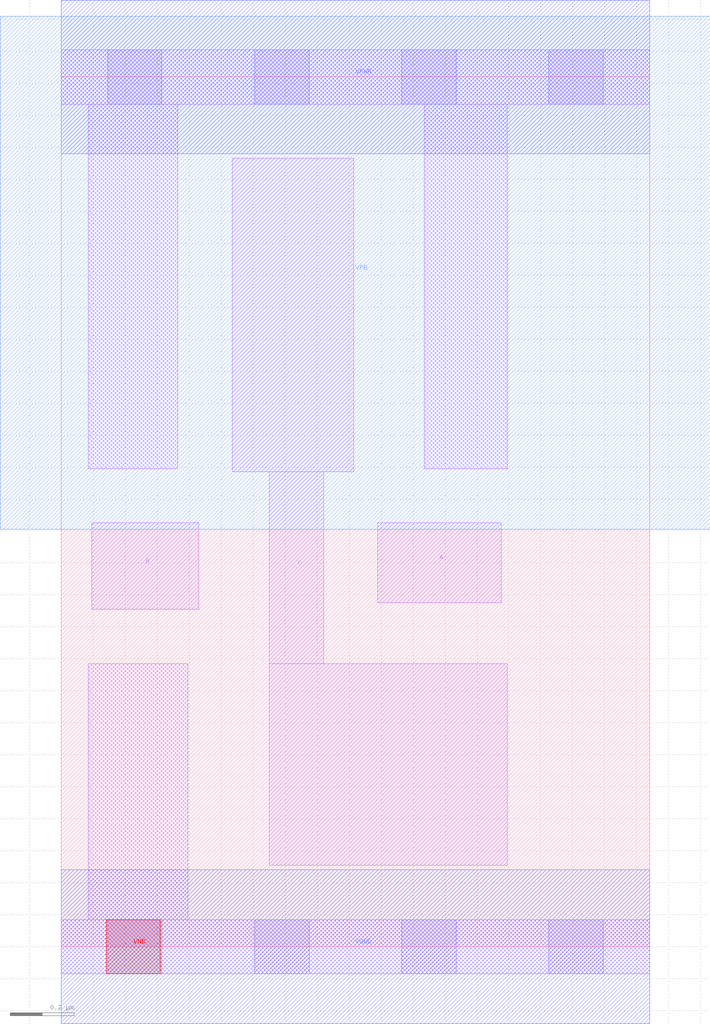
<source format=lef>
# Copyright 2020 The SkyWater PDK Authors
#
# Licensed under the Apache License, Version 2.0 (the "License");
# you may not use this file except in compliance with the License.
# You may obtain a copy of the License at
#
#     https://www.apache.org/licenses/LICENSE-2.0
#
# Unless required by applicable law or agreed to in writing, software
# distributed under the License is distributed on an "AS IS" BASIS,
# WITHOUT WARRANTIES OR CONDITIONS OF ANY KIND, either express or implied.
# See the License for the specific language governing permissions and
# limitations under the License.
#
# SPDX-License-Identifier: Apache-2.0

VERSION 5.7 ;
  NOWIREEXTENSIONATPIN ON ;
  DIVIDERCHAR "/" ;
  BUSBITCHARS "[]" ;
PROPERTYDEFINITIONS
  MACRO maskLayoutSubType STRING ;
  MACRO prCellType STRING ;
  MACRO originalViewName STRING ;
END PROPERTYDEFINITIONS
MACRO sky130_fd_sc_hdll__nand2_1
  CLASS CORE ;
  FOREIGN sky130_fd_sc_hdll__nand2_1 ;
  ORIGIN  0.000000  0.000000 ;
  SIZE  1.840000 BY  2.720000 ;
  SYMMETRY X Y R90 ;
  SITE unithd ;
  PIN A
    ANTENNAGATEAREA  0.277500 ;
    DIRECTION INPUT ;
    USE SIGNAL ;
    PORT
      LAYER li1 ;
        RECT 0.990000 1.075000 1.375000 1.325000 ;
    END
  END A
  PIN B
    ANTENNAGATEAREA  0.277500 ;
    DIRECTION INPUT ;
    USE SIGNAL ;
    PORT
      LAYER li1 ;
        RECT 0.095000 1.055000 0.430000 1.325000 ;
    END
  END B
  PIN VNB
    PORT
      LAYER pwell ;
        RECT 0.140000 -0.085000 0.310000 0.085000 ;
    END
  END VNB
  PIN VPB
    PORT
      LAYER nwell ;
        RECT -0.190000 1.305000 2.030000 2.910000 ;
    END
  END VPB
  PIN Y
    ANTENNADIFFAREA  0.491500 ;
    DIRECTION OUTPUT ;
    USE SIGNAL ;
    PORT
      LAYER li1 ;
        RECT 0.535000 1.485000 0.915000 2.465000 ;
        RECT 0.650000 0.255000 1.395000 0.885000 ;
        RECT 0.650000 0.885000 0.820000 1.485000 ;
    END
  END Y
  PIN VGND
    DIRECTION INOUT ;
    USE GROUND ;
    PORT
      LAYER met1 ;
        RECT 0.000000 -0.240000 1.840000 0.240000 ;
    END
  END VGND
  PIN VPWR
    DIRECTION INOUT ;
    USE POWER ;
    PORT
      LAYER met1 ;
        RECT 0.000000 2.480000 1.840000 2.960000 ;
    END
  END VPWR
  OBS
    LAYER li1 ;
      RECT 0.000000 -0.085000 1.840000 0.085000 ;
      RECT 0.000000  2.635000 1.840000 2.805000 ;
      RECT 0.085000  0.085000 0.395000 0.885000 ;
      RECT 0.085000  1.495000 0.365000 2.635000 ;
      RECT 1.135000  1.495000 1.395000 2.635000 ;
    LAYER mcon ;
      RECT 0.145000 -0.085000 0.315000 0.085000 ;
      RECT 0.145000  2.635000 0.315000 2.805000 ;
      RECT 0.605000 -0.085000 0.775000 0.085000 ;
      RECT 0.605000  2.635000 0.775000 2.805000 ;
      RECT 1.065000 -0.085000 1.235000 0.085000 ;
      RECT 1.065000  2.635000 1.235000 2.805000 ;
      RECT 1.525000 -0.085000 1.695000 0.085000 ;
      RECT 1.525000  2.635000 1.695000 2.805000 ;
  END
  PROPERTY maskLayoutSubType "abstract" ;
  PROPERTY prCellType "standard" ;
  PROPERTY originalViewName "layout" ;
END sky130_fd_sc_hdll__nand2_1
END LIBRARY

</source>
